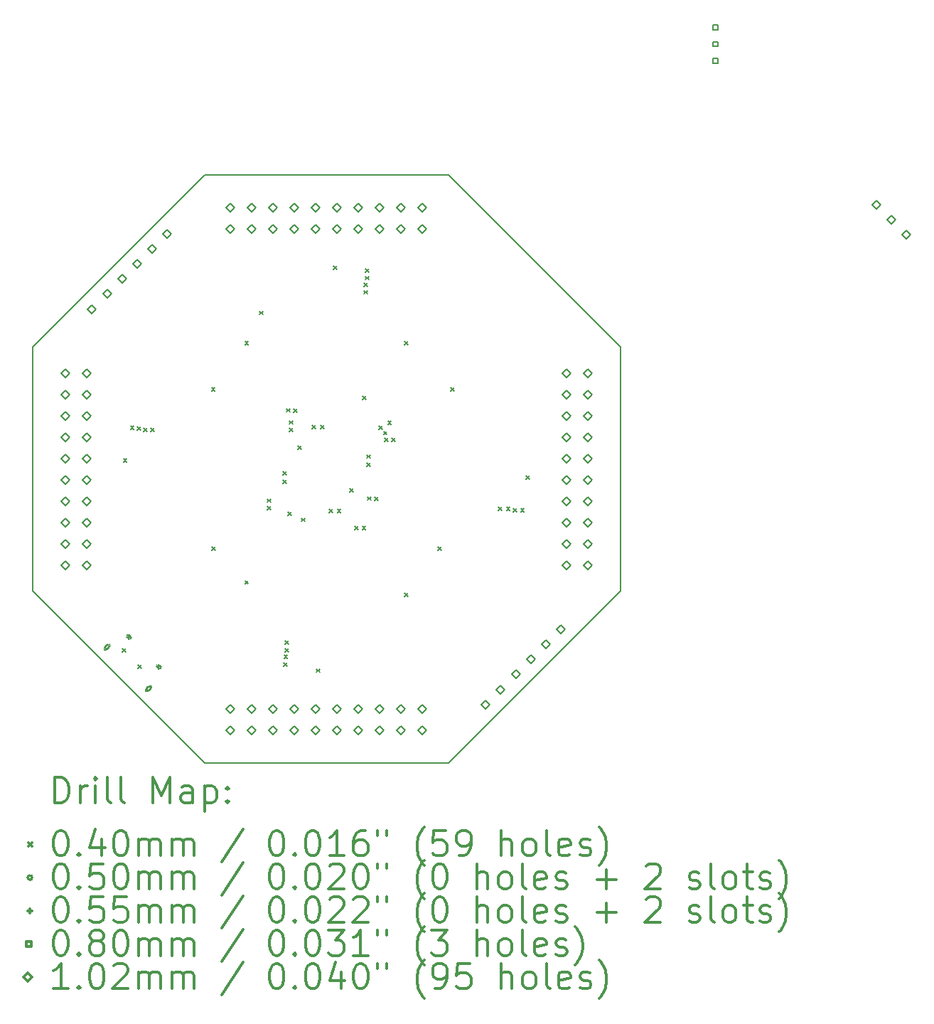
<source format=gbr>
%FSLAX45Y45*%
G04 Gerber Fmt 4.5, Leading zero omitted, Abs format (unit mm)*
G04 Created by KiCad (PCBNEW 4.0.6-e0-6349~53~ubuntu14.04.1) date Mon Mar 20 16:46:42 2017*
%MOMM*%
%LPD*%
G01*
G04 APERTURE LIST*
%ADD10C,0.127000*%
%ADD11C,0.150000*%
%ADD12C,0.200000*%
%ADD13C,0.300000*%
G04 APERTURE END LIST*
D10*
D11*
X1450000Y-3500000D02*
X3500000Y-1450000D01*
X-1450000Y-3500000D02*
X1450000Y-3500000D01*
X-3500000Y-1450000D02*
X-1450000Y-3500000D01*
X-3500000Y1450000D02*
X-3500000Y-1450000D01*
X-1450000Y3500000D02*
X-3500000Y1450000D01*
X1450000Y3500000D02*
X-1450000Y3500000D01*
X3500000Y1450000D02*
X1450000Y3500000D01*
X3500000Y-1450000D02*
X3500000Y1450000D01*
D12*
X-2433000Y-2139000D02*
X-2393000Y-2179000D01*
X-2393000Y-2139000D02*
X-2433000Y-2179000D01*
X-2420000Y120000D02*
X-2380000Y80000D01*
X-2380000Y120000D02*
X-2420000Y80000D01*
X-2335000Y510000D02*
X-2295000Y470000D01*
X-2295000Y510000D02*
X-2335000Y470000D01*
X-2255000Y505000D02*
X-2215000Y465000D01*
X-2215000Y505000D02*
X-2255000Y465000D01*
X-2242500Y-2329500D02*
X-2202500Y-2369500D01*
X-2202500Y-2329500D02*
X-2242500Y-2369500D01*
X-2175000Y490000D02*
X-2135000Y450000D01*
X-2135000Y490000D02*
X-2175000Y450000D01*
X-2090000Y490000D02*
X-2050000Y450000D01*
X-2050000Y490000D02*
X-2090000Y450000D01*
X-1370000Y970000D02*
X-1330000Y930000D01*
X-1330000Y970000D02*
X-1370000Y930000D01*
X-1365000Y-930000D02*
X-1325000Y-970000D01*
X-1325000Y-930000D02*
X-1365000Y-970000D01*
X-970000Y1520000D02*
X-930000Y1480000D01*
X-930000Y1520000D02*
X-970000Y1480000D01*
X-970000Y-1330000D02*
X-930000Y-1370000D01*
X-930000Y-1330000D02*
X-970000Y-1370000D01*
X-800000Y1880000D02*
X-760000Y1840000D01*
X-760000Y1880000D02*
X-800000Y1840000D01*
X-705000Y-355000D02*
X-665000Y-395000D01*
X-665000Y-355000D02*
X-705000Y-395000D01*
X-705000Y-445000D02*
X-665000Y-485000D01*
X-665000Y-445000D02*
X-705000Y-485000D01*
X-520000Y-30000D02*
X-480000Y-70000D01*
X-480000Y-30000D02*
X-520000Y-70000D01*
X-520000Y-130000D02*
X-480000Y-170000D01*
X-480000Y-130000D02*
X-520000Y-170000D01*
X-510000Y-2305000D02*
X-470000Y-2345000D01*
X-470000Y-2305000D02*
X-510000Y-2345000D01*
X-505000Y-2215000D02*
X-465000Y-2255000D01*
X-465000Y-2215000D02*
X-505000Y-2255000D01*
X-490000Y-2045000D02*
X-450000Y-2085000D01*
X-450000Y-2045000D02*
X-490000Y-2085000D01*
X-490000Y-2135000D02*
X-450000Y-2175000D01*
X-450000Y-2135000D02*
X-490000Y-2175000D01*
X-475000Y720000D02*
X-435000Y680000D01*
X-435000Y720000D02*
X-475000Y680000D01*
X-460000Y-510000D02*
X-420000Y-550000D01*
X-420000Y-510000D02*
X-460000Y-550000D01*
X-440000Y575000D02*
X-400000Y535000D01*
X-400000Y575000D02*
X-440000Y535000D01*
X-440000Y485000D02*
X-400000Y445000D01*
X-400000Y485000D02*
X-440000Y445000D01*
X-390000Y715000D02*
X-350000Y675000D01*
X-350000Y715000D02*
X-390000Y675000D01*
X-337500Y274000D02*
X-297500Y234000D01*
X-297500Y274000D02*
X-337500Y234000D01*
X-295000Y-585000D02*
X-255000Y-625000D01*
X-255000Y-585000D02*
X-295000Y-625000D01*
X-170000Y520000D02*
X-130000Y480000D01*
X-130000Y520000D02*
X-170000Y480000D01*
X-120000Y-2380000D02*
X-80000Y-2420000D01*
X-80000Y-2380000D02*
X-120000Y-2420000D01*
X-70000Y520000D02*
X-30000Y480000D01*
X-30000Y520000D02*
X-70000Y480000D01*
X30000Y-480000D02*
X70000Y-520000D01*
X70000Y-480000D02*
X30000Y-520000D01*
X80000Y2420000D02*
X120000Y2380000D01*
X120000Y2420000D02*
X80000Y2380000D01*
X130000Y-480000D02*
X170000Y-520000D01*
X170000Y-480000D02*
X130000Y-520000D01*
X280000Y-230000D02*
X320000Y-270000D01*
X320000Y-230000D02*
X280000Y-270000D01*
X335000Y-680000D02*
X375000Y-720000D01*
X375000Y-680000D02*
X335000Y-720000D01*
X425000Y-680000D02*
X465000Y-720000D01*
X465000Y-680000D02*
X425000Y-720000D01*
X430000Y870000D02*
X470000Y830000D01*
X470000Y870000D02*
X430000Y830000D01*
X450000Y2215000D02*
X490000Y2175000D01*
X490000Y2215000D02*
X450000Y2175000D01*
X450000Y2125000D02*
X490000Y2085000D01*
X490000Y2125000D02*
X450000Y2085000D01*
X465000Y2385000D02*
X505000Y2345000D01*
X505000Y2385000D02*
X465000Y2345000D01*
X465000Y2295000D02*
X505000Y2255000D01*
X505000Y2295000D02*
X465000Y2255000D01*
X480000Y170000D02*
X520000Y130000D01*
X520000Y170000D02*
X480000Y130000D01*
X480000Y70000D02*
X520000Y30000D01*
X520000Y70000D02*
X480000Y30000D01*
X490000Y-330000D02*
X530000Y-370000D01*
X530000Y-330000D02*
X490000Y-370000D01*
X575000Y-335000D02*
X615000Y-375000D01*
X615000Y-335000D02*
X575000Y-375000D01*
X625000Y515000D02*
X665000Y475000D01*
X665000Y515000D02*
X625000Y475000D01*
X680000Y450000D02*
X720000Y410000D01*
X720000Y450000D02*
X680000Y410000D01*
X690000Y370000D02*
X730000Y330000D01*
X730000Y370000D02*
X690000Y330000D01*
X730000Y570000D02*
X770000Y530000D01*
X770000Y570000D02*
X730000Y530000D01*
X780000Y370000D02*
X820000Y330000D01*
X820000Y370000D02*
X780000Y330000D01*
X930000Y1520000D02*
X970000Y1480000D01*
X970000Y1520000D02*
X930000Y1480000D01*
X930000Y-1480000D02*
X970000Y-1520000D01*
X970000Y-1480000D02*
X930000Y-1520000D01*
X1330000Y-930000D02*
X1370000Y-970000D01*
X1370000Y-930000D02*
X1330000Y-970000D01*
X1480000Y970000D02*
X1520000Y930000D01*
X1520000Y970000D02*
X1480000Y930000D01*
X2050000Y-450000D02*
X2090000Y-490000D01*
X2090000Y-450000D02*
X2050000Y-490000D01*
X2145000Y-450000D02*
X2185000Y-490000D01*
X2185000Y-450000D02*
X2145000Y-490000D01*
X2225000Y-470000D02*
X2265000Y-510000D01*
X2265000Y-470000D02*
X2225000Y-510000D01*
X2315000Y-470000D02*
X2355000Y-510000D01*
X2355000Y-470000D02*
X2315000Y-510000D01*
X2380000Y-80000D02*
X2420000Y-120000D01*
X2420000Y-80000D02*
X2380000Y-120000D01*
X-2588982Y-2118880D02*
G75*
G03X-2588982Y-2118880I-25000J0D01*
G01*
X-2626356Y-2152467D02*
X-2580394Y-2106505D01*
X-2647569Y-2131254D02*
X-2601607Y-2085292D01*
X-2580394Y-2106505D02*
G75*
G03X-2601607Y-2085292I-10607J10607D01*
G01*
X-2647569Y-2131254D02*
G75*
G03X-2626356Y-2152467I10607J-10607D01*
G01*
X-2094007Y-2613854D02*
G75*
G03X-2094007Y-2613854I-25000J0D01*
G01*
X-2131381Y-2647442D02*
X-2085419Y-2601480D01*
X-2152594Y-2626229D02*
X-2106632Y-2580267D01*
X-2085419Y-2601480D02*
G75*
G03X-2106632Y-2580267I-10607J10607D01*
G01*
X-2152594Y-2626229D02*
G75*
G03X-2131381Y-2647442I10607J-10607D01*
G01*
X-2352352Y-1971171D02*
X-2352352Y-2026171D01*
X-2379852Y-1998671D02*
X-2324852Y-1998671D01*
X-2375333Y-2000439D02*
X-2354120Y-2021652D01*
X-2350584Y-1975690D02*
X-2329371Y-1996904D01*
X-2354120Y-2021652D02*
G75*
G03X-2329371Y-1996904I12374J12374D01*
G01*
X-2350584Y-1975690D02*
G75*
G03X-2375333Y-2000439I-12374J-12374D01*
G01*
X-1998799Y-2324725D02*
X-1998799Y-2379725D01*
X-2026299Y-2352225D02*
X-1971299Y-2352225D01*
X-2021780Y-2353993D02*
X-2000566Y-2375206D01*
X-1997031Y-2329244D02*
X-1975818Y-2350457D01*
X-2000566Y-2375206D02*
G75*
G03X-1975818Y-2350457I12374J12374D01*
G01*
X-1997031Y-2329244D02*
G75*
G03X-2021780Y-2353993I-12374J-12374D01*
G01*
X4658285Y5231716D02*
X4658285Y5288285D01*
X4601716Y5288285D01*
X4601716Y5231716D01*
X4658285Y5231716D01*
X4658285Y5031716D02*
X4658285Y5088285D01*
X4601716Y5088285D01*
X4601716Y5031716D01*
X4658285Y5031716D01*
X4658285Y4831716D02*
X4658285Y4888285D01*
X4601716Y4888285D01*
X4601716Y4831716D01*
X4658285Y4831716D01*
X-3111500Y1092200D02*
X-3060700Y1143000D01*
X-3111500Y1193800D01*
X-3162300Y1143000D01*
X-3111500Y1092200D01*
X-3111500Y838200D02*
X-3060700Y889000D01*
X-3111500Y939800D01*
X-3162300Y889000D01*
X-3111500Y838200D01*
X-3111500Y584200D02*
X-3060700Y635000D01*
X-3111500Y685800D01*
X-3162300Y635000D01*
X-3111500Y584200D01*
X-3111500Y330200D02*
X-3060700Y381000D01*
X-3111500Y431800D01*
X-3162300Y381000D01*
X-3111500Y330200D01*
X-3111500Y76200D02*
X-3060700Y127000D01*
X-3111500Y177800D01*
X-3162300Y127000D01*
X-3111500Y76200D01*
X-3111500Y-177800D02*
X-3060700Y-127000D01*
X-3111500Y-76200D01*
X-3162300Y-127000D01*
X-3111500Y-177800D01*
X-3111500Y-431800D02*
X-3060700Y-381000D01*
X-3111500Y-330200D01*
X-3162300Y-381000D01*
X-3111500Y-431800D01*
X-3111500Y-685800D02*
X-3060700Y-635000D01*
X-3111500Y-584200D01*
X-3162300Y-635000D01*
X-3111500Y-685800D01*
X-3111500Y-939800D02*
X-3060700Y-889000D01*
X-3111500Y-838200D01*
X-3162300Y-889000D01*
X-3111500Y-939800D01*
X-3111500Y-1193800D02*
X-3060700Y-1143000D01*
X-3111500Y-1092200D01*
X-3162300Y-1143000D01*
X-3111500Y-1193800D01*
X-2857500Y1092200D02*
X-2806700Y1143000D01*
X-2857500Y1193800D01*
X-2908300Y1143000D01*
X-2857500Y1092200D01*
X-2857500Y838200D02*
X-2806700Y889000D01*
X-2857500Y939800D01*
X-2908300Y889000D01*
X-2857500Y838200D01*
X-2857500Y584200D02*
X-2806700Y635000D01*
X-2857500Y685800D01*
X-2908300Y635000D01*
X-2857500Y584200D01*
X-2857500Y330200D02*
X-2806700Y381000D01*
X-2857500Y431800D01*
X-2908300Y381000D01*
X-2857500Y330200D01*
X-2857500Y76200D02*
X-2806700Y127000D01*
X-2857500Y177800D01*
X-2908300Y127000D01*
X-2857500Y76200D01*
X-2857500Y-177800D02*
X-2806700Y-127000D01*
X-2857500Y-76200D01*
X-2908300Y-127000D01*
X-2857500Y-177800D01*
X-2857500Y-431800D02*
X-2806700Y-381000D01*
X-2857500Y-330200D01*
X-2908300Y-381000D01*
X-2857500Y-431800D01*
X-2857500Y-685800D02*
X-2806700Y-635000D01*
X-2857500Y-584200D01*
X-2908300Y-635000D01*
X-2857500Y-685800D01*
X-2857500Y-939800D02*
X-2806700Y-889000D01*
X-2857500Y-838200D01*
X-2908300Y-889000D01*
X-2857500Y-939800D01*
X-2857500Y-1193800D02*
X-2806700Y-1143000D01*
X-2857500Y-1092200D01*
X-2908300Y-1143000D01*
X-2857500Y-1193800D01*
X-2794000Y1854200D02*
X-2743200Y1905000D01*
X-2794000Y1955800D01*
X-2844800Y1905000D01*
X-2794000Y1854200D01*
X-2614395Y2033805D02*
X-2563595Y2084605D01*
X-2614395Y2135405D01*
X-2665195Y2084605D01*
X-2614395Y2033805D01*
X-2434790Y2213410D02*
X-2383990Y2264210D01*
X-2434790Y2315010D01*
X-2485590Y2264210D01*
X-2434790Y2213410D01*
X-2255185Y2393015D02*
X-2204385Y2443815D01*
X-2255185Y2494615D01*
X-2305985Y2443815D01*
X-2255185Y2393015D01*
X-2075579Y2572621D02*
X-2024779Y2623421D01*
X-2075579Y2674221D01*
X-2126380Y2623421D01*
X-2075579Y2572621D01*
X-1895974Y2752226D02*
X-1845174Y2803026D01*
X-1895974Y2853826D01*
X-1946774Y2803026D01*
X-1895974Y2752226D01*
X-1143000Y3060700D02*
X-1092200Y3111500D01*
X-1143000Y3162300D01*
X-1193800Y3111500D01*
X-1143000Y3060700D01*
X-1143000Y2806700D02*
X-1092200Y2857500D01*
X-1143000Y2908300D01*
X-1193800Y2857500D01*
X-1143000Y2806700D01*
X-1143000Y-2908300D02*
X-1092200Y-2857500D01*
X-1143000Y-2806700D01*
X-1193800Y-2857500D01*
X-1143000Y-2908300D01*
X-1143000Y-3162300D02*
X-1092200Y-3111500D01*
X-1143000Y-3060700D01*
X-1193800Y-3111500D01*
X-1143000Y-3162300D01*
X-889000Y3060700D02*
X-838200Y3111500D01*
X-889000Y3162300D01*
X-939800Y3111500D01*
X-889000Y3060700D01*
X-889000Y2806700D02*
X-838200Y2857500D01*
X-889000Y2908300D01*
X-939800Y2857500D01*
X-889000Y2806700D01*
X-889000Y-2908300D02*
X-838200Y-2857500D01*
X-889000Y-2806700D01*
X-939800Y-2857500D01*
X-889000Y-2908300D01*
X-889000Y-3162300D02*
X-838200Y-3111500D01*
X-889000Y-3060700D01*
X-939800Y-3111500D01*
X-889000Y-3162300D01*
X-635000Y3060700D02*
X-584200Y3111500D01*
X-635000Y3162300D01*
X-685800Y3111500D01*
X-635000Y3060700D01*
X-635000Y2806700D02*
X-584200Y2857500D01*
X-635000Y2908300D01*
X-685800Y2857500D01*
X-635000Y2806700D01*
X-635000Y-2908300D02*
X-584200Y-2857500D01*
X-635000Y-2806700D01*
X-685800Y-2857500D01*
X-635000Y-2908300D01*
X-635000Y-3162300D02*
X-584200Y-3111500D01*
X-635000Y-3060700D01*
X-685800Y-3111500D01*
X-635000Y-3162300D01*
X-381000Y3060700D02*
X-330200Y3111500D01*
X-381000Y3162300D01*
X-431800Y3111500D01*
X-381000Y3060700D01*
X-381000Y2806700D02*
X-330200Y2857500D01*
X-381000Y2908300D01*
X-431800Y2857500D01*
X-381000Y2806700D01*
X-381000Y-2908300D02*
X-330200Y-2857500D01*
X-381000Y-2806700D01*
X-431800Y-2857500D01*
X-381000Y-2908300D01*
X-381000Y-3162300D02*
X-330200Y-3111500D01*
X-381000Y-3060700D01*
X-431800Y-3111500D01*
X-381000Y-3162300D01*
X-127000Y3060700D02*
X-76200Y3111500D01*
X-127000Y3162300D01*
X-177800Y3111500D01*
X-127000Y3060700D01*
X-127000Y2806700D02*
X-76200Y2857500D01*
X-127000Y2908300D01*
X-177800Y2857500D01*
X-127000Y2806700D01*
X-127000Y-2908300D02*
X-76200Y-2857500D01*
X-127000Y-2806700D01*
X-177800Y-2857500D01*
X-127000Y-2908300D01*
X-127000Y-3162300D02*
X-76200Y-3111500D01*
X-127000Y-3060700D01*
X-177800Y-3111500D01*
X-127000Y-3162300D01*
X127000Y3060700D02*
X177800Y3111500D01*
X127000Y3162300D01*
X76200Y3111500D01*
X127000Y3060700D01*
X127000Y2806700D02*
X177800Y2857500D01*
X127000Y2908300D01*
X76200Y2857500D01*
X127000Y2806700D01*
X127000Y-2908300D02*
X177800Y-2857500D01*
X127000Y-2806700D01*
X76200Y-2857500D01*
X127000Y-2908300D01*
X127000Y-3162300D02*
X177800Y-3111500D01*
X127000Y-3060700D01*
X76200Y-3111500D01*
X127000Y-3162300D01*
X381000Y3060700D02*
X431800Y3111500D01*
X381000Y3162300D01*
X330200Y3111500D01*
X381000Y3060700D01*
X381000Y2806700D02*
X431800Y2857500D01*
X381000Y2908300D01*
X330200Y2857500D01*
X381000Y2806700D01*
X381000Y-2908300D02*
X431800Y-2857500D01*
X381000Y-2806700D01*
X330200Y-2857500D01*
X381000Y-2908300D01*
X381000Y-3162300D02*
X431800Y-3111500D01*
X381000Y-3060700D01*
X330200Y-3111500D01*
X381000Y-3162300D01*
X635000Y3060700D02*
X685800Y3111500D01*
X635000Y3162300D01*
X584200Y3111500D01*
X635000Y3060700D01*
X635000Y2806700D02*
X685800Y2857500D01*
X635000Y2908300D01*
X584200Y2857500D01*
X635000Y2806700D01*
X635000Y-2908300D02*
X685800Y-2857500D01*
X635000Y-2806700D01*
X584200Y-2857500D01*
X635000Y-2908300D01*
X635000Y-3162300D02*
X685800Y-3111500D01*
X635000Y-3060700D01*
X584200Y-3111500D01*
X635000Y-3162300D01*
X889000Y3060700D02*
X939800Y3111500D01*
X889000Y3162300D01*
X838200Y3111500D01*
X889000Y3060700D01*
X889000Y2806700D02*
X939800Y2857500D01*
X889000Y2908300D01*
X838200Y2857500D01*
X889000Y2806700D01*
X889000Y-2908300D02*
X939800Y-2857500D01*
X889000Y-2806700D01*
X838200Y-2857500D01*
X889000Y-2908300D01*
X889000Y-3162300D02*
X939800Y-3111500D01*
X889000Y-3060700D01*
X838200Y-3111500D01*
X889000Y-3162300D01*
X1143000Y3060700D02*
X1193800Y3111500D01*
X1143000Y3162300D01*
X1092200Y3111500D01*
X1143000Y3060700D01*
X1143000Y2806700D02*
X1193800Y2857500D01*
X1143000Y2908300D01*
X1092200Y2857500D01*
X1143000Y2806700D01*
X1143000Y-2908300D02*
X1193800Y-2857500D01*
X1143000Y-2806700D01*
X1092200Y-2857500D01*
X1143000Y-2908300D01*
X1143000Y-3162300D02*
X1193800Y-3111500D01*
X1143000Y-3060700D01*
X1092200Y-3111500D01*
X1143000Y-3162300D01*
X1895974Y-2853826D02*
X1946774Y-2803026D01*
X1895974Y-2752226D01*
X1845174Y-2803026D01*
X1895974Y-2853826D01*
X2075579Y-2674221D02*
X2126380Y-2623421D01*
X2075579Y-2572621D01*
X2024779Y-2623421D01*
X2075579Y-2674221D01*
X2255185Y-2494615D02*
X2305985Y-2443815D01*
X2255185Y-2393015D01*
X2204385Y-2443815D01*
X2255185Y-2494615D01*
X2434790Y-2315010D02*
X2485590Y-2264210D01*
X2434790Y-2213410D01*
X2383990Y-2264210D01*
X2434790Y-2315010D01*
X2614395Y-2135405D02*
X2665195Y-2084605D01*
X2614395Y-2033805D01*
X2563595Y-2084605D01*
X2614395Y-2135405D01*
X2794000Y-1955800D02*
X2844800Y-1905000D01*
X2794000Y-1854200D01*
X2743200Y-1905000D01*
X2794000Y-1955800D01*
X2857500Y1092200D02*
X2908300Y1143000D01*
X2857500Y1193800D01*
X2806700Y1143000D01*
X2857500Y1092200D01*
X2857500Y838200D02*
X2908300Y889000D01*
X2857500Y939800D01*
X2806700Y889000D01*
X2857500Y838200D01*
X2857500Y584200D02*
X2908300Y635000D01*
X2857500Y685800D01*
X2806700Y635000D01*
X2857500Y584200D01*
X2857500Y330200D02*
X2908300Y381000D01*
X2857500Y431800D01*
X2806700Y381000D01*
X2857500Y330200D01*
X2857500Y76200D02*
X2908300Y127000D01*
X2857500Y177800D01*
X2806700Y127000D01*
X2857500Y76200D01*
X2857500Y-177800D02*
X2908300Y-127000D01*
X2857500Y-76200D01*
X2806700Y-127000D01*
X2857500Y-177800D01*
X2857500Y-431800D02*
X2908300Y-381000D01*
X2857500Y-330200D01*
X2806700Y-381000D01*
X2857500Y-431800D01*
X2857500Y-685800D02*
X2908300Y-635000D01*
X2857500Y-584200D01*
X2806700Y-635000D01*
X2857500Y-685800D01*
X2857500Y-939800D02*
X2908300Y-889000D01*
X2857500Y-838200D01*
X2806700Y-889000D01*
X2857500Y-939800D01*
X2857500Y-1193800D02*
X2908300Y-1143000D01*
X2857500Y-1092200D01*
X2806700Y-1143000D01*
X2857500Y-1193800D01*
X3111500Y1092200D02*
X3162300Y1143000D01*
X3111500Y1193800D01*
X3060700Y1143000D01*
X3111500Y1092200D01*
X3111500Y838200D02*
X3162300Y889000D01*
X3111500Y939800D01*
X3060700Y889000D01*
X3111500Y838200D01*
X3111500Y584200D02*
X3162300Y635000D01*
X3111500Y685800D01*
X3060700Y635000D01*
X3111500Y584200D01*
X3111500Y330200D02*
X3162300Y381000D01*
X3111500Y431800D01*
X3060700Y381000D01*
X3111500Y330200D01*
X3111500Y76200D02*
X3162300Y127000D01*
X3111500Y177800D01*
X3060700Y127000D01*
X3111500Y76200D01*
X3111500Y-177800D02*
X3162300Y-127000D01*
X3111500Y-76200D01*
X3060700Y-127000D01*
X3111500Y-177800D01*
X3111500Y-431800D02*
X3162300Y-381000D01*
X3111500Y-330200D01*
X3060700Y-381000D01*
X3111500Y-431800D01*
X3111500Y-685800D02*
X3162300Y-635000D01*
X3111500Y-584200D01*
X3060700Y-635000D01*
X3111500Y-685800D01*
X3111500Y-939800D02*
X3162300Y-889000D01*
X3111500Y-838200D01*
X3060700Y-889000D01*
X3111500Y-939800D01*
X3111500Y-1193800D02*
X3162300Y-1143000D01*
X3111500Y-1092200D01*
X3060700Y-1143000D01*
X3111500Y-1193800D01*
X6550000Y3099200D02*
X6600800Y3150000D01*
X6550000Y3200800D01*
X6499200Y3150000D01*
X6550000Y3099200D01*
X6729605Y2919595D02*
X6780405Y2970395D01*
X6729605Y3021195D01*
X6678805Y2970395D01*
X6729605Y2919595D01*
X6909210Y2739990D02*
X6960010Y2790790D01*
X6909210Y2841590D01*
X6858410Y2790790D01*
X6909210Y2739990D01*
D13*
X-3236071Y-3973214D02*
X-3236071Y-3673214D01*
X-3164643Y-3673214D01*
X-3121786Y-3687500D01*
X-3093214Y-3716071D01*
X-3078929Y-3744643D01*
X-3064643Y-3801786D01*
X-3064643Y-3844643D01*
X-3078929Y-3901786D01*
X-3093214Y-3930357D01*
X-3121786Y-3958929D01*
X-3164643Y-3973214D01*
X-3236071Y-3973214D01*
X-2936071Y-3973214D02*
X-2936071Y-3773214D01*
X-2936071Y-3830357D02*
X-2921786Y-3801786D01*
X-2907500Y-3787500D01*
X-2878929Y-3773214D01*
X-2850357Y-3773214D01*
X-2750357Y-3973214D02*
X-2750357Y-3773214D01*
X-2750357Y-3673214D02*
X-2764643Y-3687500D01*
X-2750357Y-3701786D01*
X-2736072Y-3687500D01*
X-2750357Y-3673214D01*
X-2750357Y-3701786D01*
X-2564643Y-3973214D02*
X-2593214Y-3958929D01*
X-2607500Y-3930357D01*
X-2607500Y-3673214D01*
X-2407500Y-3973214D02*
X-2436072Y-3958929D01*
X-2450357Y-3930357D01*
X-2450357Y-3673214D01*
X-2064643Y-3973214D02*
X-2064643Y-3673214D01*
X-1964643Y-3887500D01*
X-1864643Y-3673214D01*
X-1864643Y-3973214D01*
X-1593214Y-3973214D02*
X-1593214Y-3816071D01*
X-1607500Y-3787500D01*
X-1636071Y-3773214D01*
X-1693214Y-3773214D01*
X-1721786Y-3787500D01*
X-1593214Y-3958929D02*
X-1621786Y-3973214D01*
X-1693214Y-3973214D01*
X-1721786Y-3958929D01*
X-1736071Y-3930357D01*
X-1736071Y-3901786D01*
X-1721786Y-3873214D01*
X-1693214Y-3858929D01*
X-1621786Y-3858929D01*
X-1593214Y-3844643D01*
X-1450357Y-3773214D02*
X-1450357Y-4073214D01*
X-1450357Y-3787500D02*
X-1421786Y-3773214D01*
X-1364643Y-3773214D01*
X-1336072Y-3787500D01*
X-1321786Y-3801786D01*
X-1307500Y-3830357D01*
X-1307500Y-3916071D01*
X-1321786Y-3944643D01*
X-1336072Y-3958929D01*
X-1364643Y-3973214D01*
X-1421786Y-3973214D01*
X-1450357Y-3958929D01*
X-1178929Y-3944643D02*
X-1164643Y-3958929D01*
X-1178929Y-3973214D01*
X-1193214Y-3958929D01*
X-1178929Y-3944643D01*
X-1178929Y-3973214D01*
X-1178929Y-3787500D02*
X-1164643Y-3801786D01*
X-1178929Y-3816071D01*
X-1193214Y-3801786D01*
X-1178929Y-3787500D01*
X-1178929Y-3816071D01*
X-3547500Y-4447500D02*
X-3507500Y-4487500D01*
X-3507500Y-4447500D02*
X-3547500Y-4487500D01*
X-3178929Y-4303214D02*
X-3150357Y-4303214D01*
X-3121786Y-4317500D01*
X-3107500Y-4331786D01*
X-3093214Y-4360357D01*
X-3078929Y-4417500D01*
X-3078929Y-4488929D01*
X-3093214Y-4546072D01*
X-3107500Y-4574643D01*
X-3121786Y-4588929D01*
X-3150357Y-4603214D01*
X-3178929Y-4603214D01*
X-3207500Y-4588929D01*
X-3221786Y-4574643D01*
X-3236071Y-4546072D01*
X-3250357Y-4488929D01*
X-3250357Y-4417500D01*
X-3236071Y-4360357D01*
X-3221786Y-4331786D01*
X-3207500Y-4317500D01*
X-3178929Y-4303214D01*
X-2950357Y-4574643D02*
X-2936071Y-4588929D01*
X-2950357Y-4603214D01*
X-2964643Y-4588929D01*
X-2950357Y-4574643D01*
X-2950357Y-4603214D01*
X-2678929Y-4403214D02*
X-2678929Y-4603214D01*
X-2750357Y-4288929D02*
X-2821786Y-4503214D01*
X-2636072Y-4503214D01*
X-2464643Y-4303214D02*
X-2436072Y-4303214D01*
X-2407500Y-4317500D01*
X-2393214Y-4331786D01*
X-2378929Y-4360357D01*
X-2364643Y-4417500D01*
X-2364643Y-4488929D01*
X-2378929Y-4546072D01*
X-2393214Y-4574643D01*
X-2407500Y-4588929D01*
X-2436072Y-4603214D01*
X-2464643Y-4603214D01*
X-2493214Y-4588929D01*
X-2507500Y-4574643D01*
X-2521786Y-4546072D01*
X-2536072Y-4488929D01*
X-2536072Y-4417500D01*
X-2521786Y-4360357D01*
X-2507500Y-4331786D01*
X-2493214Y-4317500D01*
X-2464643Y-4303214D01*
X-2236072Y-4603214D02*
X-2236072Y-4403214D01*
X-2236072Y-4431786D02*
X-2221786Y-4417500D01*
X-2193214Y-4403214D01*
X-2150357Y-4403214D01*
X-2121786Y-4417500D01*
X-2107500Y-4446072D01*
X-2107500Y-4603214D01*
X-2107500Y-4446072D02*
X-2093214Y-4417500D01*
X-2064643Y-4403214D01*
X-2021786Y-4403214D01*
X-1993214Y-4417500D01*
X-1978929Y-4446072D01*
X-1978929Y-4603214D01*
X-1836071Y-4603214D02*
X-1836071Y-4403214D01*
X-1836071Y-4431786D02*
X-1821786Y-4417500D01*
X-1793214Y-4403214D01*
X-1750357Y-4403214D01*
X-1721786Y-4417500D01*
X-1707500Y-4446072D01*
X-1707500Y-4603214D01*
X-1707500Y-4446072D02*
X-1693214Y-4417500D01*
X-1664643Y-4403214D01*
X-1621786Y-4403214D01*
X-1593214Y-4417500D01*
X-1578929Y-4446072D01*
X-1578929Y-4603214D01*
X-993214Y-4288929D02*
X-1250357Y-4674643D01*
X-607500Y-4303214D02*
X-578929Y-4303214D01*
X-550357Y-4317500D01*
X-536072Y-4331786D01*
X-521786Y-4360357D01*
X-507500Y-4417500D01*
X-507500Y-4488929D01*
X-521786Y-4546072D01*
X-536072Y-4574643D01*
X-550357Y-4588929D01*
X-578929Y-4603214D01*
X-607500Y-4603214D01*
X-636072Y-4588929D01*
X-650357Y-4574643D01*
X-664643Y-4546072D01*
X-678929Y-4488929D01*
X-678929Y-4417500D01*
X-664643Y-4360357D01*
X-650357Y-4331786D01*
X-636072Y-4317500D01*
X-607500Y-4303214D01*
X-378929Y-4574643D02*
X-364643Y-4588929D01*
X-378929Y-4603214D01*
X-393214Y-4588929D01*
X-378929Y-4574643D01*
X-378929Y-4603214D01*
X-178929Y-4303214D02*
X-150357Y-4303214D01*
X-121786Y-4317500D01*
X-107500Y-4331786D01*
X-93214Y-4360357D01*
X-78929Y-4417500D01*
X-78929Y-4488929D01*
X-93214Y-4546072D01*
X-107500Y-4574643D01*
X-121786Y-4588929D01*
X-150357Y-4603214D01*
X-178929Y-4603214D01*
X-207500Y-4588929D01*
X-221786Y-4574643D01*
X-236072Y-4546072D01*
X-250357Y-4488929D01*
X-250357Y-4417500D01*
X-236072Y-4360357D01*
X-221786Y-4331786D01*
X-207500Y-4317500D01*
X-178929Y-4303214D01*
X206785Y-4603214D02*
X35357Y-4603214D01*
X121071Y-4603214D02*
X121071Y-4303214D01*
X92500Y-4346072D01*
X63928Y-4374643D01*
X35357Y-4388929D01*
X463928Y-4303214D02*
X406785Y-4303214D01*
X378214Y-4317500D01*
X363928Y-4331786D01*
X335357Y-4374643D01*
X321071Y-4431786D01*
X321071Y-4546072D01*
X335357Y-4574643D01*
X349643Y-4588929D01*
X378214Y-4603214D01*
X435357Y-4603214D01*
X463928Y-4588929D01*
X478214Y-4574643D01*
X492500Y-4546072D01*
X492500Y-4474643D01*
X478214Y-4446072D01*
X463928Y-4431786D01*
X435357Y-4417500D01*
X378214Y-4417500D01*
X349643Y-4431786D01*
X335357Y-4446072D01*
X321071Y-4474643D01*
X606786Y-4303214D02*
X606786Y-4360357D01*
X721071Y-4303214D02*
X721071Y-4360357D01*
X1163928Y-4717500D02*
X1149643Y-4703214D01*
X1121071Y-4660357D01*
X1106786Y-4631786D01*
X1092500Y-4588929D01*
X1078214Y-4517500D01*
X1078214Y-4460357D01*
X1092500Y-4388929D01*
X1106786Y-4346072D01*
X1121071Y-4317500D01*
X1149643Y-4274643D01*
X1163928Y-4260357D01*
X1421071Y-4303214D02*
X1278214Y-4303214D01*
X1263928Y-4446072D01*
X1278214Y-4431786D01*
X1306786Y-4417500D01*
X1378214Y-4417500D01*
X1406785Y-4431786D01*
X1421071Y-4446072D01*
X1435357Y-4474643D01*
X1435357Y-4546072D01*
X1421071Y-4574643D01*
X1406785Y-4588929D01*
X1378214Y-4603214D01*
X1306786Y-4603214D01*
X1278214Y-4588929D01*
X1263928Y-4574643D01*
X1578214Y-4603214D02*
X1635357Y-4603214D01*
X1663928Y-4588929D01*
X1678214Y-4574643D01*
X1706785Y-4531786D01*
X1721071Y-4474643D01*
X1721071Y-4360357D01*
X1706785Y-4331786D01*
X1692500Y-4317500D01*
X1663928Y-4303214D01*
X1606785Y-4303214D01*
X1578214Y-4317500D01*
X1563928Y-4331786D01*
X1549643Y-4360357D01*
X1549643Y-4431786D01*
X1563928Y-4460357D01*
X1578214Y-4474643D01*
X1606785Y-4488929D01*
X1663928Y-4488929D01*
X1692500Y-4474643D01*
X1706785Y-4460357D01*
X1721071Y-4431786D01*
X2078214Y-4603214D02*
X2078214Y-4303214D01*
X2206786Y-4603214D02*
X2206786Y-4446072D01*
X2192500Y-4417500D01*
X2163928Y-4403214D01*
X2121071Y-4403214D01*
X2092500Y-4417500D01*
X2078214Y-4431786D01*
X2392500Y-4603214D02*
X2363928Y-4588929D01*
X2349643Y-4574643D01*
X2335357Y-4546072D01*
X2335357Y-4460357D01*
X2349643Y-4431786D01*
X2363928Y-4417500D01*
X2392500Y-4403214D01*
X2435357Y-4403214D01*
X2463928Y-4417500D01*
X2478214Y-4431786D01*
X2492500Y-4460357D01*
X2492500Y-4546072D01*
X2478214Y-4574643D01*
X2463928Y-4588929D01*
X2435357Y-4603214D01*
X2392500Y-4603214D01*
X2663928Y-4603214D02*
X2635357Y-4588929D01*
X2621071Y-4560357D01*
X2621071Y-4303214D01*
X2892500Y-4588929D02*
X2863928Y-4603214D01*
X2806786Y-4603214D01*
X2778214Y-4588929D01*
X2763929Y-4560357D01*
X2763929Y-4446072D01*
X2778214Y-4417500D01*
X2806786Y-4403214D01*
X2863928Y-4403214D01*
X2892500Y-4417500D01*
X2906786Y-4446072D01*
X2906786Y-4474643D01*
X2763929Y-4503214D01*
X3021071Y-4588929D02*
X3049643Y-4603214D01*
X3106786Y-4603214D01*
X3135357Y-4588929D01*
X3149643Y-4560357D01*
X3149643Y-4546072D01*
X3135357Y-4517500D01*
X3106786Y-4503214D01*
X3063928Y-4503214D01*
X3035357Y-4488929D01*
X3021071Y-4460357D01*
X3021071Y-4446072D01*
X3035357Y-4417500D01*
X3063928Y-4403214D01*
X3106786Y-4403214D01*
X3135357Y-4417500D01*
X3249643Y-4717500D02*
X3263928Y-4703214D01*
X3292500Y-4660357D01*
X3306786Y-4631786D01*
X3321071Y-4588929D01*
X3335357Y-4517500D01*
X3335357Y-4460357D01*
X3321071Y-4388929D01*
X3306786Y-4346072D01*
X3292500Y-4317500D01*
X3263928Y-4274643D01*
X3249643Y-4260357D01*
X-3507500Y-4863500D02*
G75*
G03X-3507500Y-4863500I-25000J0D01*
G01*
X-3178929Y-4699214D02*
X-3150357Y-4699214D01*
X-3121786Y-4713500D01*
X-3107500Y-4727786D01*
X-3093214Y-4756357D01*
X-3078929Y-4813500D01*
X-3078929Y-4884929D01*
X-3093214Y-4942072D01*
X-3107500Y-4970643D01*
X-3121786Y-4984929D01*
X-3150357Y-4999214D01*
X-3178929Y-4999214D01*
X-3207500Y-4984929D01*
X-3221786Y-4970643D01*
X-3236071Y-4942072D01*
X-3250357Y-4884929D01*
X-3250357Y-4813500D01*
X-3236071Y-4756357D01*
X-3221786Y-4727786D01*
X-3207500Y-4713500D01*
X-3178929Y-4699214D01*
X-2950357Y-4970643D02*
X-2936071Y-4984929D01*
X-2950357Y-4999214D01*
X-2964643Y-4984929D01*
X-2950357Y-4970643D01*
X-2950357Y-4999214D01*
X-2664643Y-4699214D02*
X-2807500Y-4699214D01*
X-2821786Y-4842072D01*
X-2807500Y-4827786D01*
X-2778929Y-4813500D01*
X-2707500Y-4813500D01*
X-2678929Y-4827786D01*
X-2664643Y-4842072D01*
X-2650357Y-4870643D01*
X-2650357Y-4942072D01*
X-2664643Y-4970643D01*
X-2678929Y-4984929D01*
X-2707500Y-4999214D01*
X-2778929Y-4999214D01*
X-2807500Y-4984929D01*
X-2821786Y-4970643D01*
X-2464643Y-4699214D02*
X-2436072Y-4699214D01*
X-2407500Y-4713500D01*
X-2393214Y-4727786D01*
X-2378929Y-4756357D01*
X-2364643Y-4813500D01*
X-2364643Y-4884929D01*
X-2378929Y-4942072D01*
X-2393214Y-4970643D01*
X-2407500Y-4984929D01*
X-2436072Y-4999214D01*
X-2464643Y-4999214D01*
X-2493214Y-4984929D01*
X-2507500Y-4970643D01*
X-2521786Y-4942072D01*
X-2536072Y-4884929D01*
X-2536072Y-4813500D01*
X-2521786Y-4756357D01*
X-2507500Y-4727786D01*
X-2493214Y-4713500D01*
X-2464643Y-4699214D01*
X-2236072Y-4999214D02*
X-2236072Y-4799214D01*
X-2236072Y-4827786D02*
X-2221786Y-4813500D01*
X-2193214Y-4799214D01*
X-2150357Y-4799214D01*
X-2121786Y-4813500D01*
X-2107500Y-4842072D01*
X-2107500Y-4999214D01*
X-2107500Y-4842072D02*
X-2093214Y-4813500D01*
X-2064643Y-4799214D01*
X-2021786Y-4799214D01*
X-1993214Y-4813500D01*
X-1978929Y-4842072D01*
X-1978929Y-4999214D01*
X-1836071Y-4999214D02*
X-1836071Y-4799214D01*
X-1836071Y-4827786D02*
X-1821786Y-4813500D01*
X-1793214Y-4799214D01*
X-1750357Y-4799214D01*
X-1721786Y-4813500D01*
X-1707500Y-4842072D01*
X-1707500Y-4999214D01*
X-1707500Y-4842072D02*
X-1693214Y-4813500D01*
X-1664643Y-4799214D01*
X-1621786Y-4799214D01*
X-1593214Y-4813500D01*
X-1578929Y-4842072D01*
X-1578929Y-4999214D01*
X-993214Y-4684929D02*
X-1250357Y-5070643D01*
X-607500Y-4699214D02*
X-578929Y-4699214D01*
X-550357Y-4713500D01*
X-536072Y-4727786D01*
X-521786Y-4756357D01*
X-507500Y-4813500D01*
X-507500Y-4884929D01*
X-521786Y-4942072D01*
X-536072Y-4970643D01*
X-550357Y-4984929D01*
X-578929Y-4999214D01*
X-607500Y-4999214D01*
X-636072Y-4984929D01*
X-650357Y-4970643D01*
X-664643Y-4942072D01*
X-678929Y-4884929D01*
X-678929Y-4813500D01*
X-664643Y-4756357D01*
X-650357Y-4727786D01*
X-636072Y-4713500D01*
X-607500Y-4699214D01*
X-378929Y-4970643D02*
X-364643Y-4984929D01*
X-378929Y-4999214D01*
X-393214Y-4984929D01*
X-378929Y-4970643D01*
X-378929Y-4999214D01*
X-178929Y-4699214D02*
X-150357Y-4699214D01*
X-121786Y-4713500D01*
X-107500Y-4727786D01*
X-93214Y-4756357D01*
X-78929Y-4813500D01*
X-78929Y-4884929D01*
X-93214Y-4942072D01*
X-107500Y-4970643D01*
X-121786Y-4984929D01*
X-150357Y-4999214D01*
X-178929Y-4999214D01*
X-207500Y-4984929D01*
X-221786Y-4970643D01*
X-236072Y-4942072D01*
X-250357Y-4884929D01*
X-250357Y-4813500D01*
X-236072Y-4756357D01*
X-221786Y-4727786D01*
X-207500Y-4713500D01*
X-178929Y-4699214D01*
X35357Y-4727786D02*
X49643Y-4713500D01*
X78214Y-4699214D01*
X149643Y-4699214D01*
X178214Y-4713500D01*
X192500Y-4727786D01*
X206785Y-4756357D01*
X206785Y-4784929D01*
X192500Y-4827786D01*
X21071Y-4999214D01*
X206785Y-4999214D01*
X392500Y-4699214D02*
X421071Y-4699214D01*
X449643Y-4713500D01*
X463928Y-4727786D01*
X478214Y-4756357D01*
X492500Y-4813500D01*
X492500Y-4884929D01*
X478214Y-4942072D01*
X463928Y-4970643D01*
X449643Y-4984929D01*
X421071Y-4999214D01*
X392500Y-4999214D01*
X363928Y-4984929D01*
X349643Y-4970643D01*
X335357Y-4942072D01*
X321071Y-4884929D01*
X321071Y-4813500D01*
X335357Y-4756357D01*
X349643Y-4727786D01*
X363928Y-4713500D01*
X392500Y-4699214D01*
X606786Y-4699214D02*
X606786Y-4756357D01*
X721071Y-4699214D02*
X721071Y-4756357D01*
X1163928Y-5113500D02*
X1149643Y-5099214D01*
X1121071Y-5056357D01*
X1106786Y-5027786D01*
X1092500Y-4984929D01*
X1078214Y-4913500D01*
X1078214Y-4856357D01*
X1092500Y-4784929D01*
X1106786Y-4742072D01*
X1121071Y-4713500D01*
X1149643Y-4670643D01*
X1163928Y-4656357D01*
X1335357Y-4699214D02*
X1363928Y-4699214D01*
X1392500Y-4713500D01*
X1406785Y-4727786D01*
X1421071Y-4756357D01*
X1435357Y-4813500D01*
X1435357Y-4884929D01*
X1421071Y-4942072D01*
X1406785Y-4970643D01*
X1392500Y-4984929D01*
X1363928Y-4999214D01*
X1335357Y-4999214D01*
X1306786Y-4984929D01*
X1292500Y-4970643D01*
X1278214Y-4942072D01*
X1263928Y-4884929D01*
X1263928Y-4813500D01*
X1278214Y-4756357D01*
X1292500Y-4727786D01*
X1306786Y-4713500D01*
X1335357Y-4699214D01*
X1792500Y-4999214D02*
X1792500Y-4699214D01*
X1921071Y-4999214D02*
X1921071Y-4842072D01*
X1906785Y-4813500D01*
X1878214Y-4799214D01*
X1835357Y-4799214D01*
X1806785Y-4813500D01*
X1792500Y-4827786D01*
X2106786Y-4999214D02*
X2078214Y-4984929D01*
X2063928Y-4970643D01*
X2049643Y-4942072D01*
X2049643Y-4856357D01*
X2063928Y-4827786D01*
X2078214Y-4813500D01*
X2106786Y-4799214D01*
X2149643Y-4799214D01*
X2178214Y-4813500D01*
X2192500Y-4827786D01*
X2206786Y-4856357D01*
X2206786Y-4942072D01*
X2192500Y-4970643D01*
X2178214Y-4984929D01*
X2149643Y-4999214D01*
X2106786Y-4999214D01*
X2378214Y-4999214D02*
X2349643Y-4984929D01*
X2335357Y-4956357D01*
X2335357Y-4699214D01*
X2606786Y-4984929D02*
X2578214Y-4999214D01*
X2521071Y-4999214D01*
X2492500Y-4984929D01*
X2478214Y-4956357D01*
X2478214Y-4842072D01*
X2492500Y-4813500D01*
X2521071Y-4799214D01*
X2578214Y-4799214D01*
X2606786Y-4813500D01*
X2621071Y-4842072D01*
X2621071Y-4870643D01*
X2478214Y-4899214D01*
X2735357Y-4984929D02*
X2763929Y-4999214D01*
X2821071Y-4999214D01*
X2849643Y-4984929D01*
X2863928Y-4956357D01*
X2863928Y-4942072D01*
X2849643Y-4913500D01*
X2821071Y-4899214D01*
X2778214Y-4899214D01*
X2749643Y-4884929D01*
X2735357Y-4856357D01*
X2735357Y-4842072D01*
X2749643Y-4813500D01*
X2778214Y-4799214D01*
X2821071Y-4799214D01*
X2849643Y-4813500D01*
X3221071Y-4884929D02*
X3449643Y-4884929D01*
X3335357Y-4999214D02*
X3335357Y-4770643D01*
X3806786Y-4727786D02*
X3821071Y-4713500D01*
X3849643Y-4699214D01*
X3921071Y-4699214D01*
X3949643Y-4713500D01*
X3963928Y-4727786D01*
X3978214Y-4756357D01*
X3978214Y-4784929D01*
X3963928Y-4827786D01*
X3792500Y-4999214D01*
X3978214Y-4999214D01*
X4321071Y-4984929D02*
X4349643Y-4999214D01*
X4406786Y-4999214D01*
X4435357Y-4984929D01*
X4449643Y-4956357D01*
X4449643Y-4942072D01*
X4435357Y-4913500D01*
X4406786Y-4899214D01*
X4363928Y-4899214D01*
X4335357Y-4884929D01*
X4321071Y-4856357D01*
X4321071Y-4842072D01*
X4335357Y-4813500D01*
X4363928Y-4799214D01*
X4406786Y-4799214D01*
X4435357Y-4813500D01*
X4621071Y-4999214D02*
X4592500Y-4984929D01*
X4578214Y-4956357D01*
X4578214Y-4699214D01*
X4778214Y-4999214D02*
X4749643Y-4984929D01*
X4735357Y-4970643D01*
X4721071Y-4942072D01*
X4721071Y-4856357D01*
X4735357Y-4827786D01*
X4749643Y-4813500D01*
X4778214Y-4799214D01*
X4821071Y-4799214D01*
X4849643Y-4813500D01*
X4863928Y-4827786D01*
X4878214Y-4856357D01*
X4878214Y-4942072D01*
X4863928Y-4970643D01*
X4849643Y-4984929D01*
X4821071Y-4999214D01*
X4778214Y-4999214D01*
X4963928Y-4799214D02*
X5078214Y-4799214D01*
X5006786Y-4699214D02*
X5006786Y-4956357D01*
X5021071Y-4984929D01*
X5049643Y-4999214D01*
X5078214Y-4999214D01*
X5163929Y-4984929D02*
X5192500Y-4999214D01*
X5249643Y-4999214D01*
X5278214Y-4984929D01*
X5292500Y-4956357D01*
X5292500Y-4942072D01*
X5278214Y-4913500D01*
X5249643Y-4899214D01*
X5206786Y-4899214D01*
X5178214Y-4884929D01*
X5163929Y-4856357D01*
X5163929Y-4842072D01*
X5178214Y-4813500D01*
X5206786Y-4799214D01*
X5249643Y-4799214D01*
X5278214Y-4813500D01*
X5392500Y-5113500D02*
X5406786Y-5099214D01*
X5435357Y-5056357D01*
X5449643Y-5027786D01*
X5463928Y-4984929D01*
X5478214Y-4913500D01*
X5478214Y-4856357D01*
X5463928Y-4784929D01*
X5449643Y-4742072D01*
X5435357Y-4713500D01*
X5406786Y-4670643D01*
X5392500Y-4656357D01*
X-3535000Y-5232000D02*
X-3535000Y-5287000D01*
X-3562500Y-5259500D02*
X-3507500Y-5259500D01*
X-3178929Y-5095214D02*
X-3150357Y-5095214D01*
X-3121786Y-5109500D01*
X-3107500Y-5123786D01*
X-3093214Y-5152357D01*
X-3078929Y-5209500D01*
X-3078929Y-5280929D01*
X-3093214Y-5338072D01*
X-3107500Y-5366643D01*
X-3121786Y-5380929D01*
X-3150357Y-5395214D01*
X-3178929Y-5395214D01*
X-3207500Y-5380929D01*
X-3221786Y-5366643D01*
X-3236071Y-5338072D01*
X-3250357Y-5280929D01*
X-3250357Y-5209500D01*
X-3236071Y-5152357D01*
X-3221786Y-5123786D01*
X-3207500Y-5109500D01*
X-3178929Y-5095214D01*
X-2950357Y-5366643D02*
X-2936071Y-5380929D01*
X-2950357Y-5395214D01*
X-2964643Y-5380929D01*
X-2950357Y-5366643D01*
X-2950357Y-5395214D01*
X-2664643Y-5095214D02*
X-2807500Y-5095214D01*
X-2821786Y-5238072D01*
X-2807500Y-5223786D01*
X-2778929Y-5209500D01*
X-2707500Y-5209500D01*
X-2678929Y-5223786D01*
X-2664643Y-5238072D01*
X-2650357Y-5266643D01*
X-2650357Y-5338072D01*
X-2664643Y-5366643D01*
X-2678929Y-5380929D01*
X-2707500Y-5395214D01*
X-2778929Y-5395214D01*
X-2807500Y-5380929D01*
X-2821786Y-5366643D01*
X-2378929Y-5095214D02*
X-2521786Y-5095214D01*
X-2536072Y-5238072D01*
X-2521786Y-5223786D01*
X-2493214Y-5209500D01*
X-2421786Y-5209500D01*
X-2393214Y-5223786D01*
X-2378929Y-5238072D01*
X-2364643Y-5266643D01*
X-2364643Y-5338072D01*
X-2378929Y-5366643D01*
X-2393214Y-5380929D01*
X-2421786Y-5395214D01*
X-2493214Y-5395214D01*
X-2521786Y-5380929D01*
X-2536072Y-5366643D01*
X-2236072Y-5395214D02*
X-2236072Y-5195214D01*
X-2236072Y-5223786D02*
X-2221786Y-5209500D01*
X-2193214Y-5195214D01*
X-2150357Y-5195214D01*
X-2121786Y-5209500D01*
X-2107500Y-5238072D01*
X-2107500Y-5395214D01*
X-2107500Y-5238072D02*
X-2093214Y-5209500D01*
X-2064643Y-5195214D01*
X-2021786Y-5195214D01*
X-1993214Y-5209500D01*
X-1978929Y-5238072D01*
X-1978929Y-5395214D01*
X-1836071Y-5395214D02*
X-1836071Y-5195214D01*
X-1836071Y-5223786D02*
X-1821786Y-5209500D01*
X-1793214Y-5195214D01*
X-1750357Y-5195214D01*
X-1721786Y-5209500D01*
X-1707500Y-5238072D01*
X-1707500Y-5395214D01*
X-1707500Y-5238072D02*
X-1693214Y-5209500D01*
X-1664643Y-5195214D01*
X-1621786Y-5195214D01*
X-1593214Y-5209500D01*
X-1578929Y-5238072D01*
X-1578929Y-5395214D01*
X-993214Y-5080929D02*
X-1250357Y-5466643D01*
X-607500Y-5095214D02*
X-578929Y-5095214D01*
X-550357Y-5109500D01*
X-536072Y-5123786D01*
X-521786Y-5152357D01*
X-507500Y-5209500D01*
X-507500Y-5280929D01*
X-521786Y-5338072D01*
X-536072Y-5366643D01*
X-550357Y-5380929D01*
X-578929Y-5395214D01*
X-607500Y-5395214D01*
X-636072Y-5380929D01*
X-650357Y-5366643D01*
X-664643Y-5338072D01*
X-678929Y-5280929D01*
X-678929Y-5209500D01*
X-664643Y-5152357D01*
X-650357Y-5123786D01*
X-636072Y-5109500D01*
X-607500Y-5095214D01*
X-378929Y-5366643D02*
X-364643Y-5380929D01*
X-378929Y-5395214D01*
X-393214Y-5380929D01*
X-378929Y-5366643D01*
X-378929Y-5395214D01*
X-178929Y-5095214D02*
X-150357Y-5095214D01*
X-121786Y-5109500D01*
X-107500Y-5123786D01*
X-93214Y-5152357D01*
X-78929Y-5209500D01*
X-78929Y-5280929D01*
X-93214Y-5338072D01*
X-107500Y-5366643D01*
X-121786Y-5380929D01*
X-150357Y-5395214D01*
X-178929Y-5395214D01*
X-207500Y-5380929D01*
X-221786Y-5366643D01*
X-236072Y-5338072D01*
X-250357Y-5280929D01*
X-250357Y-5209500D01*
X-236072Y-5152357D01*
X-221786Y-5123786D01*
X-207500Y-5109500D01*
X-178929Y-5095214D01*
X35357Y-5123786D02*
X49643Y-5109500D01*
X78214Y-5095214D01*
X149643Y-5095214D01*
X178214Y-5109500D01*
X192500Y-5123786D01*
X206785Y-5152357D01*
X206785Y-5180929D01*
X192500Y-5223786D01*
X21071Y-5395214D01*
X206785Y-5395214D01*
X321071Y-5123786D02*
X335357Y-5109500D01*
X363928Y-5095214D01*
X435357Y-5095214D01*
X463928Y-5109500D01*
X478214Y-5123786D01*
X492500Y-5152357D01*
X492500Y-5180929D01*
X478214Y-5223786D01*
X306786Y-5395214D01*
X492500Y-5395214D01*
X606786Y-5095214D02*
X606786Y-5152357D01*
X721071Y-5095214D02*
X721071Y-5152357D01*
X1163928Y-5509500D02*
X1149643Y-5495214D01*
X1121071Y-5452357D01*
X1106786Y-5423786D01*
X1092500Y-5380929D01*
X1078214Y-5309500D01*
X1078214Y-5252357D01*
X1092500Y-5180929D01*
X1106786Y-5138072D01*
X1121071Y-5109500D01*
X1149643Y-5066643D01*
X1163928Y-5052357D01*
X1335357Y-5095214D02*
X1363928Y-5095214D01*
X1392500Y-5109500D01*
X1406785Y-5123786D01*
X1421071Y-5152357D01*
X1435357Y-5209500D01*
X1435357Y-5280929D01*
X1421071Y-5338072D01*
X1406785Y-5366643D01*
X1392500Y-5380929D01*
X1363928Y-5395214D01*
X1335357Y-5395214D01*
X1306786Y-5380929D01*
X1292500Y-5366643D01*
X1278214Y-5338072D01*
X1263928Y-5280929D01*
X1263928Y-5209500D01*
X1278214Y-5152357D01*
X1292500Y-5123786D01*
X1306786Y-5109500D01*
X1335357Y-5095214D01*
X1792500Y-5395214D02*
X1792500Y-5095214D01*
X1921071Y-5395214D02*
X1921071Y-5238072D01*
X1906785Y-5209500D01*
X1878214Y-5195214D01*
X1835357Y-5195214D01*
X1806785Y-5209500D01*
X1792500Y-5223786D01*
X2106786Y-5395214D02*
X2078214Y-5380929D01*
X2063928Y-5366643D01*
X2049643Y-5338072D01*
X2049643Y-5252357D01*
X2063928Y-5223786D01*
X2078214Y-5209500D01*
X2106786Y-5195214D01*
X2149643Y-5195214D01*
X2178214Y-5209500D01*
X2192500Y-5223786D01*
X2206786Y-5252357D01*
X2206786Y-5338072D01*
X2192500Y-5366643D01*
X2178214Y-5380929D01*
X2149643Y-5395214D01*
X2106786Y-5395214D01*
X2378214Y-5395214D02*
X2349643Y-5380929D01*
X2335357Y-5352357D01*
X2335357Y-5095214D01*
X2606786Y-5380929D02*
X2578214Y-5395214D01*
X2521071Y-5395214D01*
X2492500Y-5380929D01*
X2478214Y-5352357D01*
X2478214Y-5238072D01*
X2492500Y-5209500D01*
X2521071Y-5195214D01*
X2578214Y-5195214D01*
X2606786Y-5209500D01*
X2621071Y-5238072D01*
X2621071Y-5266643D01*
X2478214Y-5295214D01*
X2735357Y-5380929D02*
X2763929Y-5395214D01*
X2821071Y-5395214D01*
X2849643Y-5380929D01*
X2863928Y-5352357D01*
X2863928Y-5338072D01*
X2849643Y-5309500D01*
X2821071Y-5295214D01*
X2778214Y-5295214D01*
X2749643Y-5280929D01*
X2735357Y-5252357D01*
X2735357Y-5238072D01*
X2749643Y-5209500D01*
X2778214Y-5195214D01*
X2821071Y-5195214D01*
X2849643Y-5209500D01*
X3221071Y-5280929D02*
X3449643Y-5280929D01*
X3335357Y-5395214D02*
X3335357Y-5166643D01*
X3806786Y-5123786D02*
X3821071Y-5109500D01*
X3849643Y-5095214D01*
X3921071Y-5095214D01*
X3949643Y-5109500D01*
X3963928Y-5123786D01*
X3978214Y-5152357D01*
X3978214Y-5180929D01*
X3963928Y-5223786D01*
X3792500Y-5395214D01*
X3978214Y-5395214D01*
X4321071Y-5380929D02*
X4349643Y-5395214D01*
X4406786Y-5395214D01*
X4435357Y-5380929D01*
X4449643Y-5352357D01*
X4449643Y-5338072D01*
X4435357Y-5309500D01*
X4406786Y-5295214D01*
X4363928Y-5295214D01*
X4335357Y-5280929D01*
X4321071Y-5252357D01*
X4321071Y-5238072D01*
X4335357Y-5209500D01*
X4363928Y-5195214D01*
X4406786Y-5195214D01*
X4435357Y-5209500D01*
X4621071Y-5395214D02*
X4592500Y-5380929D01*
X4578214Y-5352357D01*
X4578214Y-5095214D01*
X4778214Y-5395214D02*
X4749643Y-5380929D01*
X4735357Y-5366643D01*
X4721071Y-5338072D01*
X4721071Y-5252357D01*
X4735357Y-5223786D01*
X4749643Y-5209500D01*
X4778214Y-5195214D01*
X4821071Y-5195214D01*
X4849643Y-5209500D01*
X4863928Y-5223786D01*
X4878214Y-5252357D01*
X4878214Y-5338072D01*
X4863928Y-5366643D01*
X4849643Y-5380929D01*
X4821071Y-5395214D01*
X4778214Y-5395214D01*
X4963928Y-5195214D02*
X5078214Y-5195214D01*
X5006786Y-5095214D02*
X5006786Y-5352357D01*
X5021071Y-5380929D01*
X5049643Y-5395214D01*
X5078214Y-5395214D01*
X5163929Y-5380929D02*
X5192500Y-5395214D01*
X5249643Y-5395214D01*
X5278214Y-5380929D01*
X5292500Y-5352357D01*
X5292500Y-5338072D01*
X5278214Y-5309500D01*
X5249643Y-5295214D01*
X5206786Y-5295214D01*
X5178214Y-5280929D01*
X5163929Y-5252357D01*
X5163929Y-5238072D01*
X5178214Y-5209500D01*
X5206786Y-5195214D01*
X5249643Y-5195214D01*
X5278214Y-5209500D01*
X5392500Y-5509500D02*
X5406786Y-5495214D01*
X5435357Y-5452357D01*
X5449643Y-5423786D01*
X5463928Y-5380929D01*
X5478214Y-5309500D01*
X5478214Y-5252357D01*
X5463928Y-5180929D01*
X5449643Y-5138072D01*
X5435357Y-5109500D01*
X5406786Y-5066643D01*
X5392500Y-5052357D01*
X-3519216Y-5683785D02*
X-3519216Y-5627216D01*
X-3575785Y-5627216D01*
X-3575785Y-5683785D01*
X-3519216Y-5683785D01*
X-3178929Y-5491214D02*
X-3150357Y-5491214D01*
X-3121786Y-5505500D01*
X-3107500Y-5519786D01*
X-3093214Y-5548357D01*
X-3078929Y-5605500D01*
X-3078929Y-5676929D01*
X-3093214Y-5734071D01*
X-3107500Y-5762643D01*
X-3121786Y-5776929D01*
X-3150357Y-5791214D01*
X-3178929Y-5791214D01*
X-3207500Y-5776929D01*
X-3221786Y-5762643D01*
X-3236071Y-5734071D01*
X-3250357Y-5676929D01*
X-3250357Y-5605500D01*
X-3236071Y-5548357D01*
X-3221786Y-5519786D01*
X-3207500Y-5505500D01*
X-3178929Y-5491214D01*
X-2950357Y-5762643D02*
X-2936071Y-5776929D01*
X-2950357Y-5791214D01*
X-2964643Y-5776929D01*
X-2950357Y-5762643D01*
X-2950357Y-5791214D01*
X-2764643Y-5619786D02*
X-2793214Y-5605500D01*
X-2807500Y-5591214D01*
X-2821786Y-5562643D01*
X-2821786Y-5548357D01*
X-2807500Y-5519786D01*
X-2793214Y-5505500D01*
X-2764643Y-5491214D01*
X-2707500Y-5491214D01*
X-2678929Y-5505500D01*
X-2664643Y-5519786D01*
X-2650357Y-5548357D01*
X-2650357Y-5562643D01*
X-2664643Y-5591214D01*
X-2678929Y-5605500D01*
X-2707500Y-5619786D01*
X-2764643Y-5619786D01*
X-2793214Y-5634071D01*
X-2807500Y-5648357D01*
X-2821786Y-5676929D01*
X-2821786Y-5734071D01*
X-2807500Y-5762643D01*
X-2793214Y-5776929D01*
X-2764643Y-5791214D01*
X-2707500Y-5791214D01*
X-2678929Y-5776929D01*
X-2664643Y-5762643D01*
X-2650357Y-5734071D01*
X-2650357Y-5676929D01*
X-2664643Y-5648357D01*
X-2678929Y-5634071D01*
X-2707500Y-5619786D01*
X-2464643Y-5491214D02*
X-2436072Y-5491214D01*
X-2407500Y-5505500D01*
X-2393214Y-5519786D01*
X-2378929Y-5548357D01*
X-2364643Y-5605500D01*
X-2364643Y-5676929D01*
X-2378929Y-5734071D01*
X-2393214Y-5762643D01*
X-2407500Y-5776929D01*
X-2436072Y-5791214D01*
X-2464643Y-5791214D01*
X-2493214Y-5776929D01*
X-2507500Y-5762643D01*
X-2521786Y-5734071D01*
X-2536072Y-5676929D01*
X-2536072Y-5605500D01*
X-2521786Y-5548357D01*
X-2507500Y-5519786D01*
X-2493214Y-5505500D01*
X-2464643Y-5491214D01*
X-2236072Y-5791214D02*
X-2236072Y-5591214D01*
X-2236072Y-5619786D02*
X-2221786Y-5605500D01*
X-2193214Y-5591214D01*
X-2150357Y-5591214D01*
X-2121786Y-5605500D01*
X-2107500Y-5634071D01*
X-2107500Y-5791214D01*
X-2107500Y-5634071D02*
X-2093214Y-5605500D01*
X-2064643Y-5591214D01*
X-2021786Y-5591214D01*
X-1993214Y-5605500D01*
X-1978929Y-5634071D01*
X-1978929Y-5791214D01*
X-1836071Y-5791214D02*
X-1836071Y-5591214D01*
X-1836071Y-5619786D02*
X-1821786Y-5605500D01*
X-1793214Y-5591214D01*
X-1750357Y-5591214D01*
X-1721786Y-5605500D01*
X-1707500Y-5634071D01*
X-1707500Y-5791214D01*
X-1707500Y-5634071D02*
X-1693214Y-5605500D01*
X-1664643Y-5591214D01*
X-1621786Y-5591214D01*
X-1593214Y-5605500D01*
X-1578929Y-5634071D01*
X-1578929Y-5791214D01*
X-993214Y-5476929D02*
X-1250357Y-5862643D01*
X-607500Y-5491214D02*
X-578929Y-5491214D01*
X-550357Y-5505500D01*
X-536072Y-5519786D01*
X-521786Y-5548357D01*
X-507500Y-5605500D01*
X-507500Y-5676929D01*
X-521786Y-5734071D01*
X-536072Y-5762643D01*
X-550357Y-5776929D01*
X-578929Y-5791214D01*
X-607500Y-5791214D01*
X-636072Y-5776929D01*
X-650357Y-5762643D01*
X-664643Y-5734071D01*
X-678929Y-5676929D01*
X-678929Y-5605500D01*
X-664643Y-5548357D01*
X-650357Y-5519786D01*
X-636072Y-5505500D01*
X-607500Y-5491214D01*
X-378929Y-5762643D02*
X-364643Y-5776929D01*
X-378929Y-5791214D01*
X-393214Y-5776929D01*
X-378929Y-5762643D01*
X-378929Y-5791214D01*
X-178929Y-5491214D02*
X-150357Y-5491214D01*
X-121786Y-5505500D01*
X-107500Y-5519786D01*
X-93214Y-5548357D01*
X-78929Y-5605500D01*
X-78929Y-5676929D01*
X-93214Y-5734071D01*
X-107500Y-5762643D01*
X-121786Y-5776929D01*
X-150357Y-5791214D01*
X-178929Y-5791214D01*
X-207500Y-5776929D01*
X-221786Y-5762643D01*
X-236072Y-5734071D01*
X-250357Y-5676929D01*
X-250357Y-5605500D01*
X-236072Y-5548357D01*
X-221786Y-5519786D01*
X-207500Y-5505500D01*
X-178929Y-5491214D01*
X21071Y-5491214D02*
X206785Y-5491214D01*
X106785Y-5605500D01*
X149643Y-5605500D01*
X178214Y-5619786D01*
X192500Y-5634071D01*
X206785Y-5662643D01*
X206785Y-5734071D01*
X192500Y-5762643D01*
X178214Y-5776929D01*
X149643Y-5791214D01*
X63928Y-5791214D01*
X35357Y-5776929D01*
X21071Y-5762643D01*
X492500Y-5791214D02*
X321071Y-5791214D01*
X406785Y-5791214D02*
X406785Y-5491214D01*
X378214Y-5534072D01*
X349643Y-5562643D01*
X321071Y-5576929D01*
X606786Y-5491214D02*
X606786Y-5548357D01*
X721071Y-5491214D02*
X721071Y-5548357D01*
X1163928Y-5905500D02*
X1149643Y-5891214D01*
X1121071Y-5848357D01*
X1106786Y-5819786D01*
X1092500Y-5776929D01*
X1078214Y-5705500D01*
X1078214Y-5648357D01*
X1092500Y-5576929D01*
X1106786Y-5534072D01*
X1121071Y-5505500D01*
X1149643Y-5462643D01*
X1163928Y-5448357D01*
X1249643Y-5491214D02*
X1435357Y-5491214D01*
X1335357Y-5605500D01*
X1378214Y-5605500D01*
X1406785Y-5619786D01*
X1421071Y-5634071D01*
X1435357Y-5662643D01*
X1435357Y-5734071D01*
X1421071Y-5762643D01*
X1406785Y-5776929D01*
X1378214Y-5791214D01*
X1292500Y-5791214D01*
X1263928Y-5776929D01*
X1249643Y-5762643D01*
X1792500Y-5791214D02*
X1792500Y-5491214D01*
X1921071Y-5791214D02*
X1921071Y-5634071D01*
X1906785Y-5605500D01*
X1878214Y-5591214D01*
X1835357Y-5591214D01*
X1806785Y-5605500D01*
X1792500Y-5619786D01*
X2106786Y-5791214D02*
X2078214Y-5776929D01*
X2063928Y-5762643D01*
X2049643Y-5734071D01*
X2049643Y-5648357D01*
X2063928Y-5619786D01*
X2078214Y-5605500D01*
X2106786Y-5591214D01*
X2149643Y-5591214D01*
X2178214Y-5605500D01*
X2192500Y-5619786D01*
X2206786Y-5648357D01*
X2206786Y-5734071D01*
X2192500Y-5762643D01*
X2178214Y-5776929D01*
X2149643Y-5791214D01*
X2106786Y-5791214D01*
X2378214Y-5791214D02*
X2349643Y-5776929D01*
X2335357Y-5748357D01*
X2335357Y-5491214D01*
X2606786Y-5776929D02*
X2578214Y-5791214D01*
X2521071Y-5791214D01*
X2492500Y-5776929D01*
X2478214Y-5748357D01*
X2478214Y-5634071D01*
X2492500Y-5605500D01*
X2521071Y-5591214D01*
X2578214Y-5591214D01*
X2606786Y-5605500D01*
X2621071Y-5634071D01*
X2621071Y-5662643D01*
X2478214Y-5691214D01*
X2735357Y-5776929D02*
X2763929Y-5791214D01*
X2821071Y-5791214D01*
X2849643Y-5776929D01*
X2863928Y-5748357D01*
X2863928Y-5734071D01*
X2849643Y-5705500D01*
X2821071Y-5691214D01*
X2778214Y-5691214D01*
X2749643Y-5676929D01*
X2735357Y-5648357D01*
X2735357Y-5634071D01*
X2749643Y-5605500D01*
X2778214Y-5591214D01*
X2821071Y-5591214D01*
X2849643Y-5605500D01*
X2963928Y-5905500D02*
X2978214Y-5891214D01*
X3006786Y-5848357D01*
X3021071Y-5819786D01*
X3035357Y-5776929D01*
X3049643Y-5705500D01*
X3049643Y-5648357D01*
X3035357Y-5576929D01*
X3021071Y-5534072D01*
X3006786Y-5505500D01*
X2978214Y-5462643D01*
X2963928Y-5448357D01*
X-3558300Y-6102300D02*
X-3507500Y-6051500D01*
X-3558300Y-6000700D01*
X-3609100Y-6051500D01*
X-3558300Y-6102300D01*
X-3078929Y-6187214D02*
X-3250357Y-6187214D01*
X-3164643Y-6187214D02*
X-3164643Y-5887214D01*
X-3193214Y-5930071D01*
X-3221786Y-5958643D01*
X-3250357Y-5972929D01*
X-2950357Y-6158643D02*
X-2936071Y-6172929D01*
X-2950357Y-6187214D01*
X-2964643Y-6172929D01*
X-2950357Y-6158643D01*
X-2950357Y-6187214D01*
X-2750357Y-5887214D02*
X-2721786Y-5887214D01*
X-2693214Y-5901500D01*
X-2678929Y-5915786D01*
X-2664643Y-5944357D01*
X-2650357Y-6001500D01*
X-2650357Y-6072929D01*
X-2664643Y-6130071D01*
X-2678929Y-6158643D01*
X-2693214Y-6172929D01*
X-2721786Y-6187214D01*
X-2750357Y-6187214D01*
X-2778929Y-6172929D01*
X-2793214Y-6158643D01*
X-2807500Y-6130071D01*
X-2821786Y-6072929D01*
X-2821786Y-6001500D01*
X-2807500Y-5944357D01*
X-2793214Y-5915786D01*
X-2778929Y-5901500D01*
X-2750357Y-5887214D01*
X-2536072Y-5915786D02*
X-2521786Y-5901500D01*
X-2493214Y-5887214D01*
X-2421786Y-5887214D01*
X-2393214Y-5901500D01*
X-2378929Y-5915786D01*
X-2364643Y-5944357D01*
X-2364643Y-5972929D01*
X-2378929Y-6015786D01*
X-2550357Y-6187214D01*
X-2364643Y-6187214D01*
X-2236072Y-6187214D02*
X-2236072Y-5987214D01*
X-2236072Y-6015786D02*
X-2221786Y-6001500D01*
X-2193214Y-5987214D01*
X-2150357Y-5987214D01*
X-2121786Y-6001500D01*
X-2107500Y-6030071D01*
X-2107500Y-6187214D01*
X-2107500Y-6030071D02*
X-2093214Y-6001500D01*
X-2064643Y-5987214D01*
X-2021786Y-5987214D01*
X-1993214Y-6001500D01*
X-1978929Y-6030071D01*
X-1978929Y-6187214D01*
X-1836071Y-6187214D02*
X-1836071Y-5987214D01*
X-1836071Y-6015786D02*
X-1821786Y-6001500D01*
X-1793214Y-5987214D01*
X-1750357Y-5987214D01*
X-1721786Y-6001500D01*
X-1707500Y-6030071D01*
X-1707500Y-6187214D01*
X-1707500Y-6030071D02*
X-1693214Y-6001500D01*
X-1664643Y-5987214D01*
X-1621786Y-5987214D01*
X-1593214Y-6001500D01*
X-1578929Y-6030071D01*
X-1578929Y-6187214D01*
X-993214Y-5872929D02*
X-1250357Y-6258643D01*
X-607500Y-5887214D02*
X-578929Y-5887214D01*
X-550357Y-5901500D01*
X-536072Y-5915786D01*
X-521786Y-5944357D01*
X-507500Y-6001500D01*
X-507500Y-6072929D01*
X-521786Y-6130071D01*
X-536072Y-6158643D01*
X-550357Y-6172929D01*
X-578929Y-6187214D01*
X-607500Y-6187214D01*
X-636072Y-6172929D01*
X-650357Y-6158643D01*
X-664643Y-6130071D01*
X-678929Y-6072929D01*
X-678929Y-6001500D01*
X-664643Y-5944357D01*
X-650357Y-5915786D01*
X-636072Y-5901500D01*
X-607500Y-5887214D01*
X-378929Y-6158643D02*
X-364643Y-6172929D01*
X-378929Y-6187214D01*
X-393214Y-6172929D01*
X-378929Y-6158643D01*
X-378929Y-6187214D01*
X-178929Y-5887214D02*
X-150357Y-5887214D01*
X-121786Y-5901500D01*
X-107500Y-5915786D01*
X-93214Y-5944357D01*
X-78929Y-6001500D01*
X-78929Y-6072929D01*
X-93214Y-6130071D01*
X-107500Y-6158643D01*
X-121786Y-6172929D01*
X-150357Y-6187214D01*
X-178929Y-6187214D01*
X-207500Y-6172929D01*
X-221786Y-6158643D01*
X-236072Y-6130071D01*
X-250357Y-6072929D01*
X-250357Y-6001500D01*
X-236072Y-5944357D01*
X-221786Y-5915786D01*
X-207500Y-5901500D01*
X-178929Y-5887214D01*
X178214Y-5987214D02*
X178214Y-6187214D01*
X106785Y-5872929D02*
X35357Y-6087214D01*
X221071Y-6087214D01*
X392500Y-5887214D02*
X421071Y-5887214D01*
X449643Y-5901500D01*
X463928Y-5915786D01*
X478214Y-5944357D01*
X492500Y-6001500D01*
X492500Y-6072929D01*
X478214Y-6130071D01*
X463928Y-6158643D01*
X449643Y-6172929D01*
X421071Y-6187214D01*
X392500Y-6187214D01*
X363928Y-6172929D01*
X349643Y-6158643D01*
X335357Y-6130071D01*
X321071Y-6072929D01*
X321071Y-6001500D01*
X335357Y-5944357D01*
X349643Y-5915786D01*
X363928Y-5901500D01*
X392500Y-5887214D01*
X606786Y-5887214D02*
X606786Y-5944357D01*
X721071Y-5887214D02*
X721071Y-5944357D01*
X1163928Y-6301500D02*
X1149643Y-6287214D01*
X1121071Y-6244357D01*
X1106786Y-6215786D01*
X1092500Y-6172929D01*
X1078214Y-6101500D01*
X1078214Y-6044357D01*
X1092500Y-5972929D01*
X1106786Y-5930071D01*
X1121071Y-5901500D01*
X1149643Y-5858643D01*
X1163928Y-5844357D01*
X1292500Y-6187214D02*
X1349643Y-6187214D01*
X1378214Y-6172929D01*
X1392500Y-6158643D01*
X1421071Y-6115786D01*
X1435357Y-6058643D01*
X1435357Y-5944357D01*
X1421071Y-5915786D01*
X1406785Y-5901500D01*
X1378214Y-5887214D01*
X1321071Y-5887214D01*
X1292500Y-5901500D01*
X1278214Y-5915786D01*
X1263928Y-5944357D01*
X1263928Y-6015786D01*
X1278214Y-6044357D01*
X1292500Y-6058643D01*
X1321071Y-6072929D01*
X1378214Y-6072929D01*
X1406785Y-6058643D01*
X1421071Y-6044357D01*
X1435357Y-6015786D01*
X1706785Y-5887214D02*
X1563928Y-5887214D01*
X1549643Y-6030071D01*
X1563928Y-6015786D01*
X1592500Y-6001500D01*
X1663928Y-6001500D01*
X1692500Y-6015786D01*
X1706785Y-6030071D01*
X1721071Y-6058643D01*
X1721071Y-6130071D01*
X1706785Y-6158643D01*
X1692500Y-6172929D01*
X1663928Y-6187214D01*
X1592500Y-6187214D01*
X1563928Y-6172929D01*
X1549643Y-6158643D01*
X2078214Y-6187214D02*
X2078214Y-5887214D01*
X2206786Y-6187214D02*
X2206786Y-6030071D01*
X2192500Y-6001500D01*
X2163928Y-5987214D01*
X2121071Y-5987214D01*
X2092500Y-6001500D01*
X2078214Y-6015786D01*
X2392500Y-6187214D02*
X2363928Y-6172929D01*
X2349643Y-6158643D01*
X2335357Y-6130071D01*
X2335357Y-6044357D01*
X2349643Y-6015786D01*
X2363928Y-6001500D01*
X2392500Y-5987214D01*
X2435357Y-5987214D01*
X2463928Y-6001500D01*
X2478214Y-6015786D01*
X2492500Y-6044357D01*
X2492500Y-6130071D01*
X2478214Y-6158643D01*
X2463928Y-6172929D01*
X2435357Y-6187214D01*
X2392500Y-6187214D01*
X2663928Y-6187214D02*
X2635357Y-6172929D01*
X2621071Y-6144357D01*
X2621071Y-5887214D01*
X2892500Y-6172929D02*
X2863928Y-6187214D01*
X2806786Y-6187214D01*
X2778214Y-6172929D01*
X2763929Y-6144357D01*
X2763929Y-6030071D01*
X2778214Y-6001500D01*
X2806786Y-5987214D01*
X2863928Y-5987214D01*
X2892500Y-6001500D01*
X2906786Y-6030071D01*
X2906786Y-6058643D01*
X2763929Y-6087214D01*
X3021071Y-6172929D02*
X3049643Y-6187214D01*
X3106786Y-6187214D01*
X3135357Y-6172929D01*
X3149643Y-6144357D01*
X3149643Y-6130071D01*
X3135357Y-6101500D01*
X3106786Y-6087214D01*
X3063928Y-6087214D01*
X3035357Y-6072929D01*
X3021071Y-6044357D01*
X3021071Y-6030071D01*
X3035357Y-6001500D01*
X3063928Y-5987214D01*
X3106786Y-5987214D01*
X3135357Y-6001500D01*
X3249643Y-6301500D02*
X3263928Y-6287214D01*
X3292500Y-6244357D01*
X3306786Y-6215786D01*
X3321071Y-6172929D01*
X3335357Y-6101500D01*
X3335357Y-6044357D01*
X3321071Y-5972929D01*
X3306786Y-5930071D01*
X3292500Y-5901500D01*
X3263928Y-5858643D01*
X3249643Y-5844357D01*
M02*

</source>
